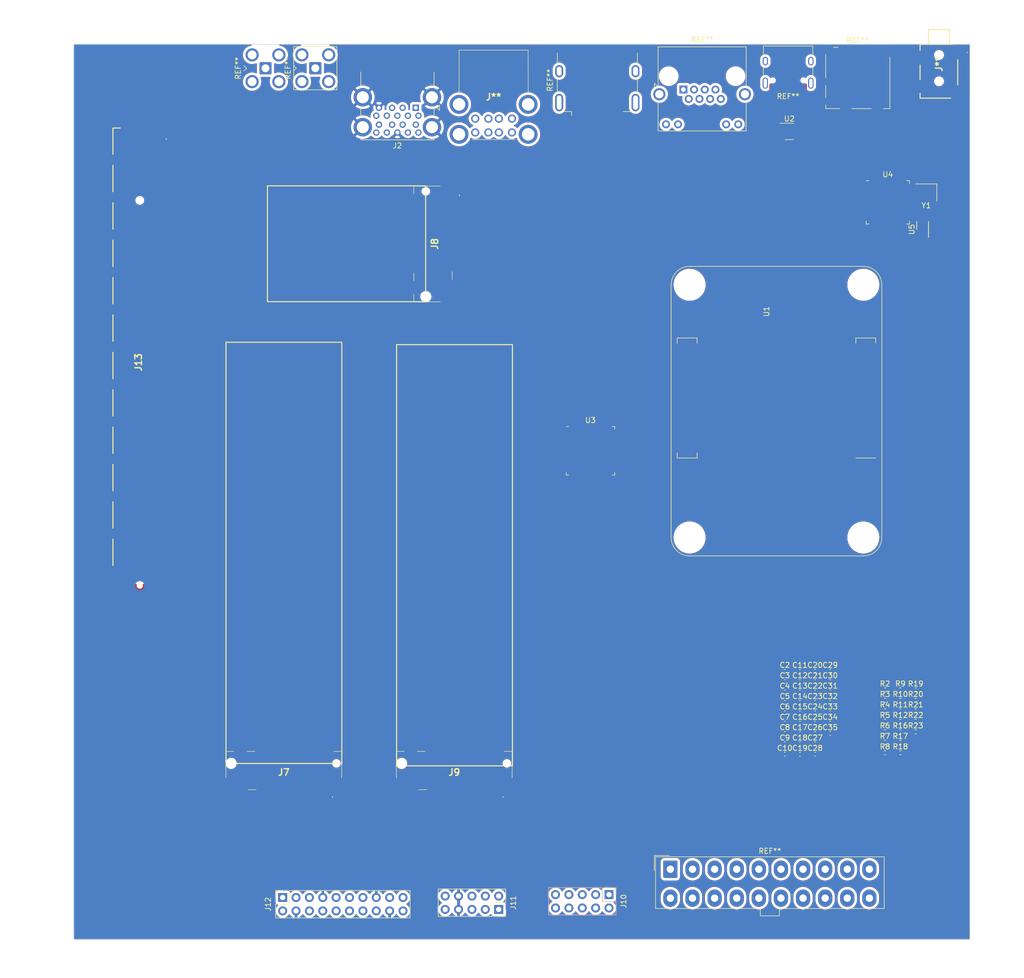
<source format=kicad_pcb>
(kicad_pcb (version 20221018) (generator pcbnew)
  (layers (0 "F.Cu" signal) (1 "In1.Cu" signal) (2 "In2.Cu" signal) (3 "In3.Cu" signal) (4 "In4.Cu" signal) (31 "B.Cu" signal) (34 "B.Paste" user) (35 "F.Paste" user) (36 "B.SilkS" user "B.Silkscreen") (37 "F.SilkS" user "F.Silkscreen") (38 "B.Mask" user) (39 "F.Mask" user) (44 "Edge.Cuts" user))
  (net 0 "")
  (net 1 "+1V2")
  (net 2 "GND")
  (net 3 "+3V3")
  (net 4 "/PCIe1_TX_P")
  (net 5 "Net-(U3-TXP_1)")
  (net 6 "/PCIe1_TX_N")
  (net 7 "Net-(U3-TXN_1)")
  (net 8 "/PCIe2_TX_P")
  (net 9 "Net-(U3-TXP_2)")
  (net 10 "/PCIe2_TX_N")
  (net 11 "Net-(U3-TXN_2)")
  (net 12 "/PCIe3_TX_P")
  (net 13 "Net-(U3-TXP_3)")
  (net 14 "/PCIe3_TX_N")
  (net 15 "Net-(U3-TXN_3)")
  (net 16 "/PCIe4_TX_P")
  (net 17 "Net-(U3-TXP_4)")
  (net 18 "/PCIe4_TX_N")
  (net 19 "Net-(U3-TXN_4)")
  (net 20 "/PCIe_IN_RX_P")
  (net 21 "/PCIe_IN_RX_N")
  (net 22 "/PCIe_CLK_REQ")
  (net 23 "/PCIe4_RX_N")
  (net 24 "Net-(U4-PE_TXP)")
  (net 25 "/PCIe4_RX_P")
  (net 26 "Net-(U4-PE_TXN)")
  (net 27 "Net-(U4-XO)")
  (net 28 "Net-(U4-XI)")
  (net 29 "+5V")
  (net 30 "/USB2_D1-")
  (net 31 "/USB2_D1+")
  (net 32 "/USB3_TX1-")
  (net 33 "/USB3_TX1+")
  (net 34 "/USB3_RX1-")
  (net 35 "/USB3_RX1+")
  (net 36 "/USB2_D2-")
  (net 37 "/USB2_D2+")
  (net 38 "/USB3_TX2-")
  (net 39 "/USB3_TX2+")
  (net 40 "/USB3_RX2-")
  (net 41 "/USB3_RX2+")
  (net 42 "Net-(J7-GND-Pad1)")
  (net 47 "/PCIe1_LED")
  (net 69 "/PCIe1_RX_N")
  (net 71 "/PCIe1_RX_P")
  (net 75 "/PCIe_RST_M2")
  (net 76 "Net-(J7-~{CLKREQ})")
  (net 77 "/PCIe1_CLK_N")
  (net 79 "/PCIe1_CLK_P")
  (net 85 "Net-(J8-GND-Pad1)")
  (net 88 "/PCIe2_LED")
  (net 109 "/PCIe2_RX_P")
  (net 111 "/PCIe2_RX_N")
  (net 114 "/PCIe2_CLK_P")
  (net 116 "/PCIe2_CLK_N")
  (net 118 "Net-(J8-~{CLKREQ0})")
  (net 128 "Net-(J9-GND-Pad1)")
  (net 133 "/PCIe3_LED")
  (net 155 "/PCIe3_RX_N")
  (net 157 "/PCIe3_RX_P")
  (net 161 "Net-(J9-~{CLKREQ})")
  (net 162 "/PCIe3_CLK_N")
  (net 164 "/PCIe3_CLK_P")
  (net 170 "Net-(U3-GPIO_4)")
  (net 171 "Net-(U3-GPIO_2)")
  (net 172 "Net-(U3-GPIO_1)")
  (net 173 "Net-(U3-GPIO_6)")
  (net 174 "Net-(U3-GPIO_5)")
  (net 175 "Net-(U3-TEST_EN)")
  (net 176 "Net-(U3-GPIO_7)")
  (net 177 "Net-(U3-GPIO_3)")
  (net 178 "Net-(U3-REXT1)")
  (net 179 "Net-(U3-GPIO_0)")
  (net 180 "Net-(U3-REXT2)")
  (net 181 "Net-(U4-SSREXT)")
  (net 182 "Net-(U4-~{USBHOC1})")
  (net 183 "Net-(U5-IO2)")
  (net 184 "/HDMI_SCL")
  (net 185 "/HDMI_SDA")
  (net 190 "/HDMI_CLK_N")
  (net 192 "/HDMI_CLK_P")
  (net 194 "/HDMI_D0_N")
  (net 196 "/HDMI_D0_P")
  (net 198 "/HDMI_D1_N")
  (net 200 "/HDMI_D1_P")
  (net 202 "/HDMI_D2_N")
  (net 204 "/HDMI_D2_P")
  (net 215 "/HDMI_HOTPLUG")
  (net 217 "/HDMI_CEC")
  (net 236 "/PCIe_IN_TX_N")
  (net 238 "/PCIe_IN_TX_P")
  (net 242 "/PCIe_IN_CLK_N")
  (net 244 "/PCIe_IN_CLK_P")
  (net 250 "/PCIe_IN_CLK_nREQ")
  (net 274 "/SD_DAT2")
  (net 276 "/SD_DAT1")
  (net 278 "/SD_DAT0")
  (net 279 "/SD_CMD")
  (net 280 "/SD_DAT3")
  (net 282 "/SD_CLK")
  (net 325 "/SD_VDD")
  (net 327 "Net-(U2-~{EN})")
  (net 328 "/PCIe_RST")
  (net 331 "/PCIe4_CLK_P")
  (net 332 "/PCIe4_CLK_N")
  (net 333 "/USB3_TX3+")
  (net 334 "/USB_TX3-")
  (net 335 "+1V1")
  (net 336 "/USB3_RX3+")
  (net 337 "/USB3_RX3-")
  (net 338 "/USB2_D3+")
  (net 339 "/USB2_D3-")
  (net 340 "/USB3_TX4+")
  (net 341 "/USB3_TX4-")
  (net 342 "/USB3_RX4+")
  (net 343 "/USB3_RX4-")
  (net 344 "/USB2_D4+")
  (net 345 "/USB2_D4-")
  (net 346 "Net-(U4-SPI_DO)")
  (net 347 "Net-(U4-SPI_CS)")
  (net 348 "Net-(U4-SPI_CLK)")
  (net 349 "Net-(U4-SPI_DI)")
  (net 354 "/HDLED+")
  (net 355 "/PLED+")
  (net 356 "/HDLED-")
  (net 357 "/PLED-")
  (net 358 "/RST+")
  (net 359 "/PWR+")
  (net 360 "/RST-")
  (net 361 "/PWR-")
  (net 362 "/5V")
  (net 363 "/FPUSB_D-")
  (net 364 "/FPUSB_D+")
  (net 365 "/NC")
  (net 366 "/FP_USB_ID")
  (net 368 "/+12v")
  (net 369 "/+3.3v")
  (net 371 "/PCIeSOM_nRST")
  (net 372 "/PCIeSOM_CLK_P")
  (net 373 "/PCIeSOM_CLK_N")
  (net 374 "/PCIeSOM_RX_N")
  (net 375 "/PCIeSOM_RX_P")
  (net 379 "/PCIeSOM_CLK_nREQ")
  (net 380 "/PCIeSOM_TX_N")
  (net 381 "/PCIeSOM_TX_P")
  (net 383 "Net-(U3-TXP_IN)")
  (net 384 "Net-(U3-TXN_IN)")
  (net 385 "Net-(U1B-GND-Pad108)")
  (net 386 "Net-(U1B-GND-Pad107)")
  (footprint "Capacitor_SMD:C_0402_1005Metric" (layer "F.Cu") (at 261.925 186.615)
    (fp_text reference "C22")
    (fp_text value "100nF")
  )
  (footprint "Capacitor_SMD:C_0402_1005Metric" (layer "F.Cu") (at 264.795 190.555)
    (fp_text reference "C33")
    (fp_text value "18pF")
  )
  (footprint "Resistor_SMD:R_0402_1005Metric" (layer "F.Cu") (at 275.22 192.19)
    (fp_text reference "R5")
    (fp_text value "1K")
  )
  (footprint "Resistor_SMD:R_0402_1005Metric" (layer "F.Cu") (at 275.22 198.16)
    (fp_text reference "R8")
    (fp_text value "10K")
  )
  (footprint "Resistor_SMD:R_0402_1005Metric" (layer "F.Cu") (at 281.04 190.2)
    (fp_text reference "R21")
    (fp_text value "6.04K")
  )
  (footprint "Capacitor_SMD:C_0402_1005Metric" (layer "F.Cu") (at 259.055 182.675)
    (fp_text reference "C11")
    (fp_text value "100nF")
  )
  (footprint "Resistor_SMD:R_0402_1005Metric" (layer "F.Cu") (at 281.04 194.18)
    (fp_text reference "R23")
    (fp_text value "10K")
  )
  (footprint "Connector_Molex:Molex_Mini-Fit_Jr_5566-20A_2x10_P4.20mm_Vertical" (layer "F.Cu") (at 234.45 220.275)
    (fp_text reference "REF**")
    (fp_text value "Molex_Mini-Fit_Jr_5566-20A_2x10_P4.20mm_Vertical")
  )
  (footprint "m.2_m:MDT275M02001" (layer "F.Cu") (at 188 101.525 -90)
    (fp_text reference "J8")
    (fp_text value "Bus_M.2_Socket_ECHANGEFOOTPRINT" hide)
  )
  (footprint "Package_DFN_QFN:DFN-8-1EP_3x2mm_P0.5mm_EP1.36x1.46mm" (layer "F.Cu") (at 282.355 98.76 90)
    (fp_text reference "U5")
    (fp_text value "W25Q32JVZP")
  )
  (footprint "m.2_m:MDT275M02001" (layer "F.Cu") (at 193.4 200.175 180)
    (fp_text reference "J9")
    (fp_text value "Bus_M.2_Socket_M" hide)
  )
  (footprint "Capacitor_SMD:C_0402_1005Metric" (layer "F.Cu") (at 261.925 182.675)
    (fp_text reference "C20")
    (fp_text value "100nF")
  )
  (footprint "Connector_Card:microSD_HC_Molex_104031-0811" (layer "F.Cu") (at 270.025 70)
    (fp_text reference "REF**")
    (fp_text value "microSD_HC_Molex_104031-0811")
  )
  (footprint "Capacitor_SMD:C_0402_1005Metric" (layer "F.Cu") (at 256.185 186.615)
    (fp_text reference "C4")
    (fp_text value "100nF")
  )
  (footprint "Resistor_SMD:R_0402_1005Metric" (layer "F.Cu") (at 278.13 190.2)
    (fp_text reference "R11")
    (fp_text value "10K")
  )
  (footprint "Connector_PinSocket_2.54mm:PinSocket_2x10_P2.54mm_Vertical" (layer "F.Cu") (at 160.81 225.65 90)
    (fp_text reference "J12")
    (fp_text value "Conn_02x10_Counter_Clockwise")
  )
  (footprint "Capacitor_SMD:C_0402_1005Metric" (layer "F.Cu") (at 259.055 192.525)
    (fp_text reference "C16")
    (fp_text value "100nF")
  )
  (footprint "Capacitor_SMD:C_0402_1005Metric" (layer "F.Cu") (at 264.795 188.585)
    (fp_text reference "C32")
    (fp_text value "100nF")
  )
  (footprint "Package_DFN_QFN:QFN-64-1EP_9x9mm_P0.5mm_EP5.2x5.2mm" (layer "F.Cu") (at 219.275 140.8125)
    (fp_text reference "U3")
    (fp_text value "ASM1184")
  )
  (footprint "Capacitor_SMD:C_0402_1005Metric" (layer "F.Cu") (at 259.055 194.495)
    (fp_text reference "C17")
    (fp_text value "100nF")
  )
  (footprint "Resistor_SMD:R_0402_1005Metric" (layer "F.Cu") (at 278.13 186.22)
    (fp_text reference "R9")
    (fp_text value "10K")
  )
  (footprint "Capacitor_SMD:C_0402_1005Metric" (layer "F.Cu") (at 256.185 184.645)
    (fp_text reference "C3")
    (fp_text value "100nF")
  )
  (footprint "Resistor_SMD:R_0402_1005Metric" (layer "F.Cu") (at 278.13 194.18)
    (fp_text reference "R16")
    (fp_text value "10K")
  )
  (footprint "Capacitor_SMD:C_0402_1005Metric" (layer "F.Cu") (at 256.185 188.585)
    (fp_text reference "C5")
    (fp_text value "100nF")
  )
  (footprint "Capacitor_SMD:C_0402_1005Metric" (layer "F.Cu") (at 264.795 182.675)
    (fp_text reference "C29")
    (fp_text value "100nF")
  )
  (footprint "Resistor_SMD:R_0402_1005Metric" (layer "F.Cu") (at 278.13 196.17)
    (fp_text reference "R17")
    (fp_text value "10K")
  )
  (footprint "Package_TO_SOT_SMD:TSOT-23-5" (layer "F.Cu") (at 257.0425 80.15)
    (fp_text reference "U2")
    (fp_text value "RT9742BNGJ5F")
  )
  (footprint "Capacitor_SMD:C_0402_1005Metric" (layer "F.Cu") (at 261.925 194.495)
    (fp_text reference "C26")
    (fp_text value "100nF")
  )
  (footprint "Resistor_SMD:R_0402_1005Metric" (layer "F.Cu") (at 275.22 190.2)
    (fp_text reference "R4")
    (fp_text value "10K")
  )
  (footprint "Crystal:Crystal_SMD_3225-4Pin_3.2x2.5mm" (layer "F.Cu") (at 283.05 91.775 180)
    (fp_text reference "Y1")
    (fp_text value "25Mhz")
  )
  (footprint "Connector_PinSocket_2.54mm:PinSocket_2x05_P2.54mm_Vertical" (layer "F.Cu") (at 201.84 227.915 -90)
    (fp_text reference "J11")
    (fp_text value "USB2_FRONT_PANEL")
  )
  (footprint "Connector_Coaxial:SMA_Amphenol_901-143_Horizontal" (layer "F.Cu") (at 157.55 68.15)
    (fp_text reference "REF**")
    (fp_text value "SMA_Amphenol_901-143_Horizontal")
  )
  (footprint "Resistor_SMD:R_0402_1005Metric" (layer "F.Cu") (at 281.04 186.22)
    (fp_text reference "R19")
    (fp_text value "10K")
  )
  (footprint "Capacitor_SMD:C_0402_1005Metric" (layer "F.Cu") (at 261.925 196.465)
    (fp_text reference "C27")
    (fp_text value "100nF")
  )
  (footprint "Capacitor_SMD:C_0402_1005Metric" (layer "F.Cu") (at 261.925 198.435)
    (fp_text reference "C28")
    (fp_text value "100nF")
  )
  (footprint "RPi_Compute_Module_4:Raspberry-Pi-4-Compute-Module" (layer "F.Cu") (at 254.6 130.77 180)
    (fp_text reference "U1")
    (fp_text value "Compute_Module_4_Connectors")
  )
  (footprint "Resistor_SMD:R_0402_1005Metric" (layer "F.Cu") (at 281.04 188.21)
    (fp_text reference "R20")
    (fp_text value "4.7K")
  )
  (footprint "Capacitor_SMD:C_0402_1005Metric" (layer "F.Cu") (at 259.055 186.615)
    (fp_text reference "C13")
    (fp_text value "100nF")
  )
  (footprint "Resistor_SMD:R_0402_1005Metric" (layer "F.Cu") (at 278.13 198.16)
    (fp_text reference "R18")
    (fp_text value "DNP")
  )
  (footprint "Resistor_SMD:R_0402_1005Metric" (layer "F.Cu") (at 278.13 188.21)
    (fp_text reference "R10")
    (fp_text value "12.1K")
  )
  (footprint "Resistor_SMD:R_0402_1005Metric" (layer "F.Cu") (at 281.04 192.19)
    (fp_text reference "R22")
    (fp_text value "15K")
  )
  (footprint "Resistor_SMD:R_0402_1005Metric" (layer "F.Cu") (at 275.22 194.18)
    (fp_text reference "R6")
    (fp_text value "10K")
  )
  (footprint "Capacitor_SMD:C_0402_1005Metric" (layer "F.Cu") (at 261.925 190.555)
    (fp_text reference "C24")
    (fp_text value "100nF")
  )
  (footprint "Capacitor_SMD:C_0402_1005Metric" (layer "F.Cu") (at 264.795 186.615)
    (fp_text reference "C31")
    (fp_text value "100nF")
  )
  (footprint "Capacitor_SMD:C_0402_1005Metric" (layer "F.Cu") (at 256.185 198.435)
    (fp_text reference "C10")
    (fp_text value "100nF")
  )
  (footprint "Capacitor_SMD:C_0402_1005Metric" (layer "F.Cu") (at 259.055 184.645)
    (fp_text reference "C12")
    (fp_text value "100nF")
  )
  (footprint "Connector_USB:USB3_A_Molex_48406-0001_Horizontal_Stacked" (layer "F.Cu") (at 186.100001 75.66 180)
    (fp_text reference "J2")
    (fp_text value "USB3_A_Stacked")
  )
  (footprint "2.5mmjack:SJ22524ASMTTR" (layer "F.Cu") (at 285.475 68.725 -90)
    (fp_text reference "J**")
    (fp_text value "SJ22524ASMTTR" hide)
  )
  (footprint "Resistor_SMD:R_0402_1005Metric" (layer "F.Cu") (at 275.22 188.21)
    (fp_text reference "R3")
    (fp_text value "1K")
  )
  (footprint "Capacitor_SMD:C_0402_1005Metric" (layer "F.Cu") (at 256.185 194.495)
    (fp_text reference "C8")
    (fp_text value "100nF")
  )
  (footprint "Capacitor_SMD:C_0402_1005Metric" (layer "F.Cu") (at 256.185 182.675)
    (fp_text reference "C2")
    (fp_text value "100nF")
  )
  (footprint "Capacitor_SMD:C_0402_1005Metric" (layer "F.Cu") (at 264.795 192.525)
    (fp_text reference "C34")
    (fp_text value "18pF")
  )
  (footprint "Capacitor_SMD:C_0402_1005Metric" (layer "F.Cu") (at 259.055 198.435)
    (fp_text reference "C19")
    (fp_text value "100nF")
  )
  (footprint "Capacitor_SMD:C_0402_1005Metric" (layer "F.Cu") (at 264.795 194.495)
    (fp_text reference "C35")
    (fp_text value "100nF")
  )
  (footprint "USB-A-double2.0:8964300890000000" (layer "F.Cu") (at 204.3655 80.339 180)
    (fp_text reference "J**")
    (fp_text value "8964300890000000" hide)
  )
  (footprint "pciex16:10146070113Y0LF" (layer "F.Cu") (at 133.675 123.1 -90)
    (fp_text reference "J13")
    (fp_text value "10018783-11200TLF" hide)
  )
  (footprint "Package_DFN_QFN:QFN-68-1EP_8x8mm_P0.4mm_EP5.2x5.2mm" (layer "F.Cu") (at 275.75 93.625)
    (fp_text reference "U4")
    (fp_text value "VL805")
  )
  (footprint "Capacitor_SMD:C_0402_1005Metric" (layer "F.Cu") (at 261.925 188.585)
    (fp_text reference "C23")
    (fp_text value "100nF")
  )
  (footprint "Capacitor_SMD:C_0402_1005Metric" (layer "F.Cu") (at 259.055 190.555)
    (fp_text reference "C15")
    (fp_text value "100nF")
  )
  (footprint "Capacitor_SMD:C_0402_1005Metric" (layer "F.Cu") (at 264.795 184.645)
    (fp_text reference "C30")
    (fp_text value "1uF")
  )
  (footprint "Resistor_SMD:R_0402_1005Metric" (layer "F.Cu") (at 278.13 192.19)
    (fp_text reference "R12")
    (fp_text value "12.1K")
  )
  (footprint "m.2_m:MDT275M02001" (layer "F.Cu") (at 161.025 200.175 180)
    (fp_text reference "J7")
    (fp_text value "Bus_M.2_Socket_M" hide)
  )
  (footprint "Resistor_SMD:R_0402_1005Metric" (layer "F.Cu") (at 275.22 196.17)
    (fp_text reference "R7")
    (fp_text value "1K")
  )
  (footprint "Connector_RJ:RJ45_Amphenol_RJHSE538X" (layer "F.Cu") (at 236.92 72.195)
    (fp_text reference "REF**")
    (fp_text value "RJ45_Amphenol_RJHSE538X")
  )
  (footprint "Capacitor_SMD:C_0402_1005Metric" (layer "F.Cu") (at 261.925 184.645)
    (fp_text reference "C21")
    (fp_text value "100nF")
  )
  (footprint "Connector_USB:USB_C_Receptacle_HRO_TYPE-C-31-M-12" (layer "F.Cu") (at 256.81 67.84 180)
    (fp_text reference "REF**")
    (fp_text value "USB_C_Receptacle_HRO_TYPE-C-31-M-12")
  )
  (footprint "Capacitor_SMD:C_0402_1005Metric" (layer "F.Cu") (at 259.055 196.465)
    (fp_text reference "C18")
    (fp_text value "100nF")
  )
  (footprint "Connector_HDMI:HDMI_A_Molex_208658-1001_Horizontal" (layer "F.Cu") (at 220.58 72.145 90)
    (fp_text reference "REF**")
    (fp_text value "HDMI_A_Molex_208658-1001_Horizontal")
  )
  (footprint "Resistor_SMD:R_0402_1005Metric" (layer "F.Cu") (at 275.22 186.22)
    (fp_text reference "R2")
    (fp_text value "1K")
  )
  (footprint "Capacitor_SMD:C_0402_1005Metric" (layer "F.Cu") (at 256.185 196.465)
    (fp_text reference "C9")
    (fp_text value "100nF")
  )
  (footprint "Connector_Coaxial:SMA_Amphenol_901-143_Horizontal" (layer "F.Cu") (at 167.01 68.14)
    (fp_text reference "REF**")
    (fp_text value "SMA_Amphenol_901-143_Horizontal")
  )
  (footprint "Capacitor_SMD:C_0402_1005Metric" (layer "F.Cu") (at 259.055 188.585)
    (fp_text reference "C14")
    (fp_text value "100nF")
  )
  (footprint "Capacitor_SMD:C_0402_1005Metric" (layer "F.Cu") (at 256.185 190.555)
    (fp_text reference "C6")
    (fp_text value "100nF")
  )
  (footprint "Capacitor_SMD:C_0402_1005Metric" (layer "F.Cu") (at 261.925 192.525)
    (fp_text reference "C25")
    (fp_text value "100nF")
  )
  (footprint "Capacitor_SMD:C_0402_1005Metric" (layer "F.Cu") (at 256.185 192.525)
    (fp_text reference "C7")
    (fp_text value "100nF")
  )
  (footprint "Connector_PinSocket_2.54mm:PinSocket_2x05_P2.54mm_Vertical" (layer "B.Cu") (at 222.795 225.1 90)
    (fp_text reference "J10")
    (fp_text value "FRONT_PANEL_IO")
  )
  (gr_rect (start 157.92 112.485) (end 187.97 90.485) (stroke (width 0.2)) (fill none) (layer "F.SilkS"))
  (gr_rect (start 150.045 120.19) (end 172.045 200.19) (stroke (width 0.2)) (fill none) (layer "F.SilkS"))
  (gr_rect (start 204.45 200.64) (end 182.45 120.64) (stroke (width 0.2)) (fill none) (layer "F.SilkS"))
  (gr_rect (start 121.13 63.62) (end 291.31 233.62) (stroke (width 0.1)) (fill none) (layer "Edge.Cuts"))
  (segment (start 279.6875 91.625) (end 280.19 91.625) (width 0.1) (layer "F.Cu") (net 27))
  (segment (start 280.34 91.775) (end 283.3 91.775) (width 0.1) (layer "F.Cu") (net 27))
  (segment (start 283.3 91.775) (end 284.15 90.925) (width 0.1) (layer "F.Cu") (net 27))
  (segment (start 280.19 91.625) (end 280.34 91.775) (width 0.1) (layer "F.Cu") (net 27))
  (segment (start 281.95 92.625) (end 281.4 92.075) (width 0.1) (layer "F.Cu") (net 28))
  (segment (start 279.7375 92.075) (end 279.6875 92.025) (width 0.1) (layer "F.Cu") (net 28))
  (segment (start 281.4 92.075) (end 279.7375 92.075) (width 0.1) (layer "F.Cu") (net 28))
  (segment (start 235.345 136.17) (end 235.325 136.15) (width 0.05) (layer "F.Cu") (net 236))
  (segment (start 236.1 136.17) (end 235.345 136.17) (width 0.05) (layer "F.Cu") (net 236))
  (segment (start 236.1 136.57) (end 235.33 136.57) (width 0.05) (layer "F.Cu") (net 238))
  (segment (start 235.33 136.57) (end 235.3 136.6) (width 0.05) (layer "F.Cu") (net 238))
  (segment (start 282.005 100.885) (end 281.3 100.885) (width 0.1) (layer "F.Cu") (net 346))
  (segment (start 281.3 100.885) (end 278.55 98.135) (width 0.1) (layer "F.Cu") (net 346))
  (segment (start 282.105 100.785) (end 282.005 100.885) (width 0.1) (layer "F.Cu") (net 346))
  (segment (start 282.105 100.26) (end 282.105 100.785) (width 0.1) (layer "F.Cu") (net 346))
  (segment (start 278.55 98.135) (end 278.55 97.5625) (width 0.1) (layer "F.Cu") (net 346))
  (segment (start 281.099264 100.26) (end 278.95 98.110736) (width 0.1) (layer "F.Cu") (net 347))
  (segment (start 278.95 98.110736) (end 278.95 97.5625) (width 0.1) (layer "F.Cu") (net 347))
  (segment (start 281.605 100.26) (end 281.099264 100.26) (width 0.1) (layer "F.Cu") (net 347))
  (segment (start 280.63 96.615) (end 280.42 96.825) (width 0.1) (layer "F.Cu") (net 348))
  (segment (start 282.485 96.615) (end 280.63 96.615) (width 0.1) (layer "F.Cu") (net 348))
  (segment (start 282.605 97.26) (end 282.605 96.735) (width 0.1) (layer "F.Cu") (net 348))
  (segment (start 282.605 96.735) (end 282.485 96.615) (width 0.1) (layer "F.Cu") (net 348))
  (segment (start 280.42 96.825) (end 279.6875 96.825) (width 0.1) (layer "F.Cu") (net 348))
  (segment (start 283.105 96.810736) (end 282.609264 96.315) (width 0.1) (layer "F.Cu") (net 349))
  (segment (start 280.505736 96.315) (end 280.395736 96.425) (width 0.1) (layer "F.Cu") (net 349))
  (segment (start 283.105 97.26) (end 283.105 96.810736) (width 0.1) (layer "F.Cu") (net 349))
  (segment (start 280.395736 96.425) (end 279.6875 96.425) (width 0.1) (layer "F.Cu") (net 349))
  (segment (start 282.609264 96.315) (end 280.505736 96.315) (width 0.1) (layer "F.Cu") (net 349))
  (zone (net 2) (net_name "GND") (layers "F&B.Cu") (connect_pads (clearance 0.5)) (min_thickness 0.25) (fill yes (thermal_gap 0.5) (thermal_bridge_width 0.5))
    (polygon (pts (xy 107.125 58.75) (xy 301.625 57.675) (xy 295.55 239.15) (xy 116.75 240.925)))
  )
)
</source>
